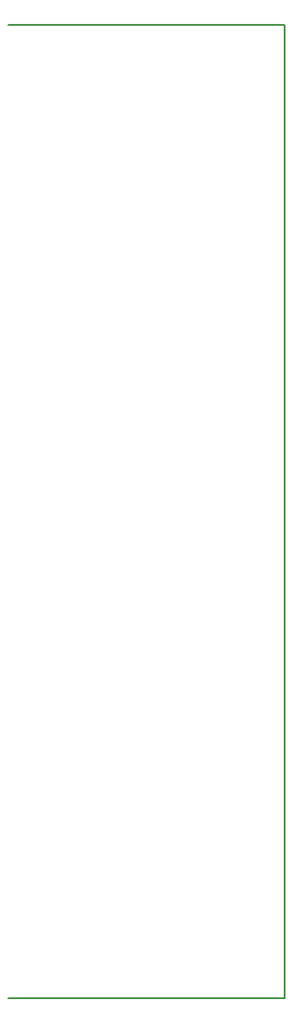
<source format=gko>
G04 Layer_Color=16711935*
%FSAX24Y24*%
%MOIN*%
G70*
G01*
G75*
%ADD26C,0.0079*%
D26*
X010000Y049500D02*
X020000D01*
Y014300D02*
Y049500D01*
X010000Y014300D02*
X020000D01*
M02*

</source>
